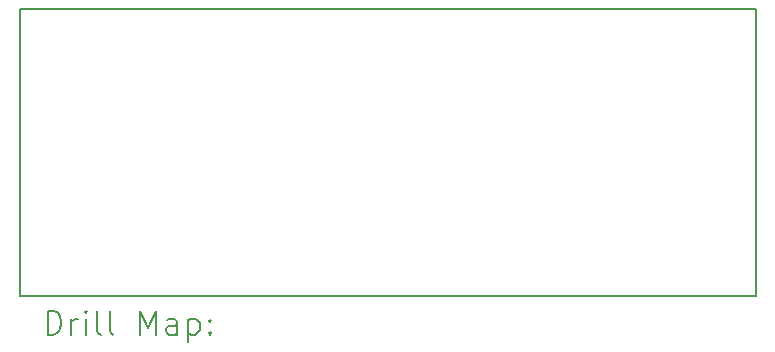
<source format=gbr>
%TF.GenerationSoftware,KiCad,Pcbnew,7.0.2*%
%TF.CreationDate,2023-08-29T13:45:54-07:00*%
%TF.ProjectId,Current Sense Standalone,43757272-656e-4742-9053-656e73652053,rev?*%
%TF.SameCoordinates,Original*%
%TF.FileFunction,Drillmap*%
%TF.FilePolarity,Positive*%
%FSLAX45Y45*%
G04 Gerber Fmt 4.5, Leading zero omitted, Abs format (unit mm)*
G04 Created by KiCad (PCBNEW 7.0.2) date 2023-08-29 13:45:54*
%MOMM*%
%LPD*%
G01*
G04 APERTURE LIST*
%ADD10C,0.200000*%
G04 APERTURE END LIST*
D10*
X1260615Y-1270000D02*
X7493000Y-1270000D01*
X7493000Y-3702648D01*
X1260615Y-3702648D01*
X1260615Y-1270000D01*
X1498234Y-4025172D02*
X1498234Y-3825172D01*
X1498234Y-3825172D02*
X1545853Y-3825172D01*
X1545853Y-3825172D02*
X1574425Y-3834695D01*
X1574425Y-3834695D02*
X1593472Y-3853743D01*
X1593472Y-3853743D02*
X1602996Y-3872791D01*
X1602996Y-3872791D02*
X1612520Y-3910886D01*
X1612520Y-3910886D02*
X1612520Y-3939457D01*
X1612520Y-3939457D02*
X1602996Y-3977552D01*
X1602996Y-3977552D02*
X1593472Y-3996600D01*
X1593472Y-3996600D02*
X1574425Y-4015648D01*
X1574425Y-4015648D02*
X1545853Y-4025172D01*
X1545853Y-4025172D02*
X1498234Y-4025172D01*
X1698234Y-4025172D02*
X1698234Y-3891838D01*
X1698234Y-3929933D02*
X1707758Y-3910886D01*
X1707758Y-3910886D02*
X1717282Y-3901362D01*
X1717282Y-3901362D02*
X1736329Y-3891838D01*
X1736329Y-3891838D02*
X1755377Y-3891838D01*
X1822044Y-4025172D02*
X1822044Y-3891838D01*
X1822044Y-3825172D02*
X1812520Y-3834695D01*
X1812520Y-3834695D02*
X1822044Y-3844219D01*
X1822044Y-3844219D02*
X1831568Y-3834695D01*
X1831568Y-3834695D02*
X1822044Y-3825172D01*
X1822044Y-3825172D02*
X1822044Y-3844219D01*
X1945853Y-4025172D02*
X1926806Y-4015648D01*
X1926806Y-4015648D02*
X1917282Y-3996600D01*
X1917282Y-3996600D02*
X1917282Y-3825172D01*
X2050615Y-4025172D02*
X2031568Y-4015648D01*
X2031568Y-4015648D02*
X2022044Y-3996600D01*
X2022044Y-3996600D02*
X2022044Y-3825172D01*
X2279187Y-4025172D02*
X2279187Y-3825172D01*
X2279187Y-3825172D02*
X2345853Y-3968029D01*
X2345853Y-3968029D02*
X2412520Y-3825172D01*
X2412520Y-3825172D02*
X2412520Y-4025172D01*
X2593472Y-4025172D02*
X2593472Y-3920410D01*
X2593472Y-3920410D02*
X2583949Y-3901362D01*
X2583949Y-3901362D02*
X2564901Y-3891838D01*
X2564901Y-3891838D02*
X2526806Y-3891838D01*
X2526806Y-3891838D02*
X2507758Y-3901362D01*
X2593472Y-4015648D02*
X2574425Y-4025172D01*
X2574425Y-4025172D02*
X2526806Y-4025172D01*
X2526806Y-4025172D02*
X2507758Y-4015648D01*
X2507758Y-4015648D02*
X2498234Y-3996600D01*
X2498234Y-3996600D02*
X2498234Y-3977552D01*
X2498234Y-3977552D02*
X2507758Y-3958505D01*
X2507758Y-3958505D02*
X2526806Y-3948981D01*
X2526806Y-3948981D02*
X2574425Y-3948981D01*
X2574425Y-3948981D02*
X2593472Y-3939457D01*
X2688711Y-3891838D02*
X2688711Y-4091838D01*
X2688711Y-3901362D02*
X2707758Y-3891838D01*
X2707758Y-3891838D02*
X2745853Y-3891838D01*
X2745853Y-3891838D02*
X2764901Y-3901362D01*
X2764901Y-3901362D02*
X2774425Y-3910886D01*
X2774425Y-3910886D02*
X2783949Y-3929933D01*
X2783949Y-3929933D02*
X2783949Y-3987076D01*
X2783949Y-3987076D02*
X2774425Y-4006124D01*
X2774425Y-4006124D02*
X2764901Y-4015648D01*
X2764901Y-4015648D02*
X2745853Y-4025172D01*
X2745853Y-4025172D02*
X2707758Y-4025172D01*
X2707758Y-4025172D02*
X2688711Y-4015648D01*
X2869663Y-4006124D02*
X2879187Y-4015648D01*
X2879187Y-4015648D02*
X2869663Y-4025172D01*
X2869663Y-4025172D02*
X2860139Y-4015648D01*
X2860139Y-4015648D02*
X2869663Y-4006124D01*
X2869663Y-4006124D02*
X2869663Y-4025172D01*
X2869663Y-3901362D02*
X2879187Y-3910886D01*
X2879187Y-3910886D02*
X2869663Y-3920410D01*
X2869663Y-3920410D02*
X2860139Y-3910886D01*
X2860139Y-3910886D02*
X2869663Y-3901362D01*
X2869663Y-3901362D02*
X2869663Y-3920410D01*
M02*

</source>
